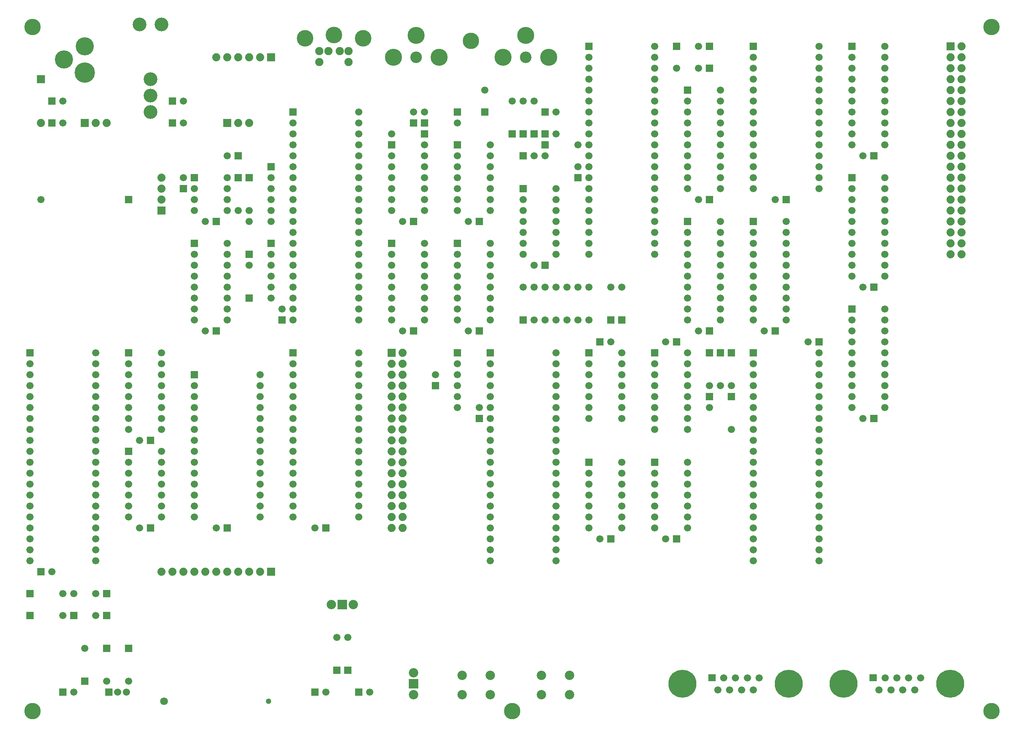
<source format=gbr>
G04 start of page 5 for group -4062 idx -4062 *
G04 Title: Ultim809, soldermask *
G04 Creator: pcb 20091103 *
G04 CreationDate: Tue Apr  5 07:19:05 2011 UTC *
G04 For: matt *
G04 Format: Gerber/RS-274X *
G04 PCB-Dimensions: 900000 650000 *
G04 PCB-Coordinate-Origin: lower left *
%MOIN*%
%FSLAX25Y25*%
%LNBACKMASK*%
%ADD11C,0.0200*%
%ADD18C,0.1500*%
%ADD36C,0.0709*%
%ADD37C,0.0512*%
%ADD40C,0.0660*%
%ADD41C,0.0740*%
%ADD42C,0.2560*%
%ADD43C,0.1060*%
%ADD44C,0.1560*%
%ADD45C,0.0750*%
%ADD46C,0.1510*%
%ADD47C,0.0860*%
%ADD48C,0.1260*%
%ADD49C,0.1660*%
%ADD50C,0.1860*%
G54D11*G36*
X726700Y353300D02*Y346700D01*
X733300D01*
Y353300D01*
X726700D01*
G37*
G54D40*X720000Y350000D03*
X730000Y310000D03*
Y320000D03*
Y330000D03*
Y340000D03*
Y270000D03*
Y280000D03*
Y290000D03*
Y300000D03*
G54D11*G36*
X776700Y283300D02*Y276700D01*
X783300D01*
Y283300D01*
X776700D01*
G37*
G54D40*X770000Y280000D03*
X760000Y300000D03*
Y290000D03*
X790000D03*
Y300000D03*
Y310000D03*
Y320000D03*
Y330000D03*
Y340000D03*
Y350000D03*
X760000D03*
Y340000D03*
Y330000D03*
Y320000D03*
Y310000D03*
X670000Y290000D03*
Y280000D03*
Y270000D03*
Y310000D03*
X630000D03*
X650000D03*
X640000D03*
X670000Y300000D03*
G54D11*G36*
X646700Y303300D02*Y296700D01*
X653300D01*
Y303300D01*
X646700D01*
G37*
G54D40*X610000Y290000D03*
Y300000D03*
Y310000D03*
Y270000D03*
X650000D03*
X610000Y280000D03*
G54D11*G36*
X666700Y343300D02*Y336700D01*
X673300D01*
Y343300D01*
X666700D01*
G37*
G54D40*X670000Y330000D03*
Y320000D03*
X610000D03*
Y330000D03*
Y340000D03*
G54D11*G36*
X626700Y343300D02*Y336700D01*
X633300D01*
Y343300D01*
X626700D01*
G37*
G36*
X636700D02*Y336700D01*
X643300D01*
Y343300D01*
X636700D01*
G37*
G36*
X646700D02*Y336700D01*
X653300D01*
Y343300D01*
X646700D01*
G37*
G54D40*X790000Y420000D03*
Y430000D03*
Y440000D03*
X760000D03*
Y430000D03*
Y420000D03*
Y410000D03*
X790000D03*
G54D11*G36*
X776700Y403300D02*Y396700D01*
X783300D01*
Y403300D01*
X776700D01*
G37*
G54D40*X770000Y400000D03*
X790000Y360000D03*
Y370000D03*
Y380000D03*
G54D11*G36*
X756700Y383300D02*Y376700D01*
X763300D01*
Y383300D01*
X756700D01*
G37*
G54D40*X760000Y370000D03*
Y360000D03*
X790000Y450000D03*
Y460000D03*
Y470000D03*
Y480000D03*
Y490000D03*
X760000D03*
Y480000D03*
G54D41*X850000D03*
G54D40*X760000Y470000D03*
G54D41*X850000D03*
G54D40*X760000Y460000D03*
G54D41*X850000D03*
G54D40*X760000Y450000D03*
G54D41*X850000D03*
Y440000D03*
Y430000D03*
G54D11*G36*
X629000Y46400D02*Y39800D01*
X635600D01*
Y46400D01*
X629000D01*
G37*
G54D40*X637700Y31900D03*
G54D42*X605300Y37500D03*
G54D40*X643100Y43100D03*
X648500Y31900D03*
X653900Y43100D03*
X659300Y31900D03*
X670100D03*
X664700Y43100D03*
X675500D03*
X670000Y170000D03*
Y160000D03*
Y150000D03*
G54D42*X702500Y37500D03*
G54D11*G36*
X776200Y46400D02*Y39800D01*
X782800D01*
Y46400D01*
X776200D01*
G37*
G54D40*X790300Y43100D03*
X784900Y31900D03*
X795700D03*
X801100Y43100D03*
X811900D03*
X822700D03*
X806500Y31900D03*
X817300D03*
G54D42*X849700Y37500D03*
X752500D03*
G54D40*X670000Y210000D03*
Y200000D03*
Y190000D03*
Y180000D03*
Y240000D03*
Y230000D03*
Y220000D03*
X610000Y190000D03*
Y200000D03*
Y210000D03*
Y220000D03*
Y230000D03*
Y240000D03*
Y180000D03*
X730000Y200000D03*
Y210000D03*
Y220000D03*
Y230000D03*
Y240000D03*
Y150000D03*
Y160000D03*
Y170000D03*
Y180000D03*
Y190000D03*
X670000Y260000D03*
Y250000D03*
X730000D03*
Y260000D03*
X610000Y490000D03*
X640000D03*
X670000D03*
X730000D03*
X640000Y430000D03*
Y440000D03*
Y450000D03*
Y460000D03*
G54D11*G36*
X666700Y463300D02*Y456700D01*
X673300D01*
Y463300D01*
X666700D01*
G37*
G54D40*X670000Y450000D03*
Y440000D03*
Y430000D03*
G54D11*G36*
X606700Y463300D02*Y456700D01*
X613300D01*
Y463300D01*
X606700D01*
G37*
G54D40*X610000Y450000D03*
Y440000D03*
Y430000D03*
X640000Y370000D03*
Y380000D03*
Y390000D03*
Y400000D03*
Y410000D03*
Y420000D03*
X610000Y380000D03*
Y370000D03*
Y420000D03*
Y410000D03*
Y400000D03*
Y390000D03*
X700000Y370000D03*
Y380000D03*
Y390000D03*
Y400000D03*
Y410000D03*
Y420000D03*
X670000Y380000D03*
Y370000D03*
Y420000D03*
Y410000D03*
Y400000D03*
Y390000D03*
X700000Y430000D03*
Y440000D03*
Y450000D03*
Y460000D03*
G54D11*G36*
X421700Y563300D02*Y556700D01*
X428300D01*
Y563300D01*
X421700D01*
G37*
G54D43*X462500Y610000D03*
G54D44*X441600D03*
X483400D03*
G54D40*X470000Y570000D03*
X460000D03*
X425000Y580000D03*
X450000Y570000D03*
G54D44*X462500Y630000D03*
G54D11*G36*
X456700Y543300D02*Y536700D01*
X463300D01*
Y543300D01*
X456700D01*
G37*
G36*
Y523300D02*Y516700D01*
X463300D01*
Y523300D01*
X456700D01*
G37*
G54D40*X490000Y540000D03*
X430000Y520000D03*
Y530000D03*
G54D11*G36*
X446700Y543300D02*Y536700D01*
X453300D01*
Y543300D01*
X446700D01*
G37*
G36*
X476700D02*Y536700D01*
X483300D01*
Y543300D01*
X476700D01*
G37*
G36*
X466700D02*Y536700D01*
X473300D01*
Y543300D01*
X466700D01*
G37*
G36*
X476700Y533300D02*Y526700D01*
X483300D01*
Y533300D01*
X476700D01*
G37*
G54D40*X470000Y520000D03*
X480000D03*
G54D11*G36*
X356700Y363300D02*Y356700D01*
X363300D01*
Y363300D01*
X356700D01*
G37*
G54D40*X350000Y360000D03*
X340000Y370000D03*
X370000D03*
X310000D03*
Y380000D03*
Y390000D03*
Y400000D03*
Y410000D03*
Y420000D03*
X340000Y470000D03*
G54D11*G36*
X336700Y443300D02*Y436700D01*
X343300D01*
Y443300D01*
X336700D01*
G37*
G54D40*X340000Y430000D03*
X310000Y450000D03*
Y460000D03*
Y470000D03*
Y430000D03*
Y440000D03*
X370000Y380000D03*
Y390000D03*
Y400000D03*
X340000Y390000D03*
Y380000D03*
Y410000D03*
Y400000D03*
X370000Y470000D03*
X340000Y420000D03*
X370000Y410000D03*
Y420000D03*
Y430000D03*
Y440000D03*
G54D11*G36*
X356700Y463300D02*Y456700D01*
X363300D01*
Y463300D01*
X356700D01*
G37*
G54D40*X370000Y510000D03*
Y520000D03*
Y530000D03*
G54D11*G36*
X366700Y553300D02*Y546700D01*
X373300D01*
Y553300D01*
X366700D01*
G37*
G36*
Y543300D02*Y536700D01*
X373300D01*
Y543300D01*
X366700D01*
G37*
G54D40*X370000Y560000D03*
Y480000D03*
Y490000D03*
Y500000D03*
G54D11*G36*
X356700Y553300D02*Y546700D01*
X363300D01*
Y553300D01*
X356700D01*
G37*
G54D40*X360000Y560000D03*
X400000Y500000D03*
Y490000D03*
Y480000D03*
Y470000D03*
G54D11*G36*
X396700Y533300D02*Y526700D01*
X403300D01*
Y533300D01*
X396700D01*
G37*
G54D40*X400000Y550000D03*
Y520000D03*
Y510000D03*
G54D11*G36*
X396700Y563300D02*Y556700D01*
X403300D01*
Y563300D01*
X396700D01*
G37*
G54D44*X362500Y630000D03*
G54D43*Y610000D03*
G54D44*X341600D03*
X383400D03*
G54D45*X282382Y615472D03*
X292618D03*
X300886D03*
G54D46*X314075Y627283D03*
G54D45*X300886Y605630D03*
G54D40*X350000Y460000D03*
G54D11*G36*
X336700Y533300D02*Y526700D01*
X343300D01*
Y533300D01*
X336700D01*
G37*
G54D40*X340000Y520000D03*
Y510000D03*
X310000Y520000D03*
Y530000D03*
Y540000D03*
Y550000D03*
Y560000D03*
Y510000D03*
X340000Y540000D03*
Y500000D03*
Y490000D03*
Y480000D03*
X310000D03*
Y490000D03*
Y500000D03*
X410000Y360000D03*
X400000Y370000D03*
X430000D03*
G54D11*G36*
X476700Y423300D02*Y416700D01*
X483300D01*
Y423300D01*
X476700D01*
G37*
G54D40*X470000Y420000D03*
X500000Y400000D03*
X490000D03*
X480000D03*
X470000D03*
X460000D03*
X480000Y370000D03*
X490000D03*
X500000D03*
G54D11*G36*
X456700Y373300D02*Y366700D01*
X463300D01*
Y373300D01*
X456700D01*
G37*
G54D40*X470000Y370000D03*
X430000Y380000D03*
Y390000D03*
Y400000D03*
Y410000D03*
Y420000D03*
X400000D03*
Y410000D03*
Y400000D03*
Y390000D03*
Y380000D03*
G54D11*G36*
X416700Y463300D02*Y456700D01*
X423300D01*
Y463300D01*
X416700D01*
G37*
G54D40*X410000Y460000D03*
X430000Y470000D03*
Y480000D03*
Y490000D03*
Y500000D03*
Y510000D03*
X460000Y440000D03*
Y430000D03*
X490000D03*
Y440000D03*
X430000Y430000D03*
Y440000D03*
X490000Y450000D03*
Y460000D03*
Y470000D03*
Y480000D03*
Y490000D03*
G54D11*G36*
X456700Y493300D02*Y486700D01*
X463300D01*
Y493300D01*
X456700D01*
G37*
G54D40*X460000Y480000D03*
Y470000D03*
Y460000D03*
Y450000D03*
G54D11*G36*
X396700Y443300D02*Y436700D01*
X403300D01*
Y443300D01*
X396700D01*
G37*
G54D40*X400000Y430000D03*
X760000Y580000D03*
Y570000D03*
Y560000D03*
Y550000D03*
Y540000D03*
Y530000D03*
G54D11*G36*
X756700Y623300D02*Y616700D01*
X763300D01*
Y623300D01*
X756700D01*
G37*
G54D40*X760000Y610000D03*
Y600000D03*
Y590000D03*
G54D11*G36*
X756700Y503300D02*Y496700D01*
X763300D01*
Y503300D01*
X756700D01*
G37*
G54D40*X670000Y570000D03*
Y560000D03*
Y550000D03*
G54D11*G36*
X666700Y623300D02*Y616700D01*
X673300D01*
Y623300D01*
X666700D01*
G37*
G54D40*X670000Y610000D03*
Y600000D03*
Y590000D03*
Y580000D03*
X730000Y550000D03*
Y560000D03*
Y570000D03*
Y500000D03*
Y510000D03*
Y520000D03*
Y530000D03*
Y540000D03*
X670000D03*
Y530000D03*
Y520000D03*
Y510000D03*
Y500000D03*
X730000Y580000D03*
Y590000D03*
Y600000D03*
Y610000D03*
Y620000D03*
G54D11*G36*
X776700Y523300D02*Y516700D01*
X783300D01*
Y523300D01*
X776700D01*
G37*
G54D40*X770000Y520000D03*
X790000Y530000D03*
Y540000D03*
Y550000D03*
Y560000D03*
Y570000D03*
Y500000D03*
G54D11*G36*
X516700Y623300D02*Y616700D01*
X523300D01*
Y623300D01*
X516700D01*
G37*
G54D40*X520000Y610000D03*
Y600000D03*
Y590000D03*
Y580000D03*
Y570000D03*
G54D11*G36*
X476700Y563300D02*Y556700D01*
X483300D01*
Y563300D01*
X476700D01*
G37*
G54D40*X490000Y560000D03*
G54D11*G36*
X506700Y503300D02*Y496700D01*
X513300D01*
Y503300D01*
X506700D01*
G37*
G54D40*X510000Y510000D03*
Y530000D03*
X520000Y540000D03*
Y530000D03*
Y520000D03*
Y510000D03*
Y500000D03*
Y560000D03*
Y550000D03*
X580000D03*
Y560000D03*
Y570000D03*
Y580000D03*
Y590000D03*
Y500000D03*
Y510000D03*
Y520000D03*
Y530000D03*
Y540000D03*
G54D11*G36*
X626700Y603300D02*Y596700D01*
X633300D01*
Y603300D01*
X626700D01*
G37*
G54D40*X620000Y600000D03*
X600000D03*
G54D11*G36*
X626700Y623300D02*Y616700D01*
X633300D01*
Y623300D01*
X626700D01*
G37*
G54D40*X620000Y620000D03*
G54D11*G36*
X596700Y623300D02*Y616700D01*
X603300D01*
Y623300D01*
X596700D01*
G37*
G54D40*X580000Y600000D03*
Y610000D03*
Y620000D03*
X640000Y530000D03*
Y540000D03*
Y550000D03*
Y560000D03*
Y570000D03*
Y580000D03*
X610000Y540000D03*
Y530000D03*
G54D11*G36*
X606700Y583300D02*Y576700D01*
X613300D01*
Y583300D01*
X606700D01*
G37*
G54D40*X610000Y570000D03*
Y560000D03*
Y550000D03*
Y520000D03*
Y510000D03*
Y500000D03*
X640000D03*
Y510000D03*
Y520000D03*
X540000Y400000D03*
X550000D03*
X510000Y370000D03*
X520000D03*
Y400000D03*
X510000D03*
G54D11*G36*
X536700Y373300D02*Y366700D01*
X543300D01*
Y373300D01*
X536700D01*
G37*
G36*
X546700D02*Y366700D01*
X553300D01*
Y373300D01*
X546700D01*
G37*
G36*
X626700Y483300D02*Y476700D01*
X633300D01*
Y483300D01*
X626700D01*
G37*
G54D40*X620000Y480000D03*
X520000Y440000D03*
Y430000D03*
Y490000D03*
Y480000D03*
Y470000D03*
Y460000D03*
Y450000D03*
X580000Y480000D03*
Y490000D03*
Y430000D03*
Y440000D03*
Y450000D03*
Y460000D03*
Y470000D03*
G54D11*G36*
X686700Y363300D02*Y356700D01*
X693300D01*
Y363300D01*
X686700D01*
G37*
G54D40*X680000Y360000D03*
G54D11*G36*
X696700Y483300D02*Y476700D01*
X703300D01*
Y483300D01*
X696700D01*
G37*
G54D40*X690000Y480000D03*
X790000Y580000D03*
Y590000D03*
Y600000D03*
Y610000D03*
Y620000D03*
G54D41*X860000Y480000D03*
Y470000D03*
Y460000D03*
Y450000D03*
Y440000D03*
Y430000D03*
Y600000D03*
Y590000D03*
X850000Y600000D03*
Y590000D03*
G54D11*G36*
X846300Y623700D02*Y616300D01*
X853700D01*
Y623700D01*
X846300D01*
G37*
G54D41*X860000Y620000D03*
X850000Y610000D03*
X860000D03*
X850000Y560000D03*
Y550000D03*
Y540000D03*
Y530000D03*
Y520000D03*
X860000Y560000D03*
Y550000D03*
Y540000D03*
Y530000D03*
Y520000D03*
X850000Y580000D03*
X860000D03*
X850000Y570000D03*
X860000D03*
X850000Y510000D03*
X860000D03*
X850000Y500000D03*
X860000D03*
X850000Y490000D03*
X860000D03*
G54D11*G36*
X626700Y303300D02*Y296700D01*
X633300D01*
Y303300D01*
X626700D01*
G37*
G54D40*X630000Y290000D03*
X580000Y310000D03*
Y300000D03*
Y290000D03*
Y280000D03*
Y270000D03*
Y330000D03*
Y320000D03*
G54D11*G36*
X596700Y353300D02*Y346700D01*
X603300D01*
Y353300D01*
X596700D01*
G37*
G54D40*X590000Y350000D03*
X620000Y360000D03*
X550000Y340000D03*
G54D11*G36*
X576700Y343300D02*Y336700D01*
X583300D01*
Y343300D01*
X576700D01*
G37*
G36*
X526700Y353300D02*Y346700D01*
X533300D01*
Y353300D01*
X526700D01*
G37*
G54D40*X540000Y350000D03*
X520000Y320000D03*
Y310000D03*
Y300000D03*
Y290000D03*
Y280000D03*
G54D11*G36*
X516700Y343300D02*Y336700D01*
X523300D01*
Y343300D01*
X516700D01*
G37*
G54D40*X520000Y330000D03*
X550000Y280000D03*
Y290000D03*
Y300000D03*
Y310000D03*
Y320000D03*
Y330000D03*
G54D11*G36*
X416700Y363300D02*Y356700D01*
X423300D01*
Y363300D01*
X416700D01*
G37*
G36*
X626700D02*Y356700D01*
X633300D01*
Y363300D01*
X626700D01*
G37*
G54D40*X550000Y220000D03*
Y230000D03*
Y240000D03*
G54D11*G36*
X516700Y243300D02*Y236700D01*
X523300D01*
Y243300D01*
X516700D01*
G37*
G54D40*X520000Y230000D03*
Y220000D03*
X580000Y230000D03*
Y220000D03*
G54D11*G36*
X576700Y243300D02*Y236700D01*
X583300D01*
Y243300D01*
X576700D01*
G37*
G36*
X596700Y173300D02*Y166700D01*
X603300D01*
Y173300D01*
X596700D01*
G37*
G54D40*X590000Y170000D03*
X580000Y210000D03*
Y200000D03*
Y190000D03*
Y180000D03*
G54D11*G36*
X536700Y173300D02*Y166700D01*
X543300D01*
Y173300D01*
X536700D01*
G37*
G54D40*X530000Y170000D03*
X550000Y180000D03*
Y190000D03*
Y200000D03*
Y210000D03*
X520000D03*
Y200000D03*
Y190000D03*
Y180000D03*
X310000Y240000D03*
Y250000D03*
Y260000D03*
Y190000D03*
Y200000D03*
Y210000D03*
Y220000D03*
Y230000D03*
G54D11*G36*
X286700Y53300D02*Y46700D01*
X293300D01*
Y53300D01*
X286700D01*
G37*
G54D40*X290000Y80000D03*
G54D11*G36*
X296700Y53300D02*Y46700D01*
X303300D01*
Y53300D01*
X296700D01*
G37*
G54D40*X300000Y80000D03*
X280000Y30000D03*
G54D11*G36*
X306700Y33300D02*Y26700D01*
X313300D01*
Y33300D01*
X306700D01*
G37*
G54D40*X320000Y30000D03*
G54D11*G36*
X355700Y41800D02*Y33200D01*
X364300D01*
Y41800D01*
X355700D01*
G37*
G54D47*X360000Y47500D03*
G54D11*G36*
X290700Y114300D02*Y105700D01*
X299300D01*
Y114300D01*
X290700D01*
G37*
G54D47*X305000Y110000D03*
X285000D03*
G54D11*G36*
X416700Y283300D02*Y276700D01*
X423300D01*
Y283300D01*
X416700D01*
G37*
G54D40*X420000Y290000D03*
G54D47*X404409Y45217D03*
X430000D03*
G54D11*G36*
X426700Y343300D02*Y336700D01*
X433300D01*
Y343300D01*
X426700D01*
G37*
G54D40*X430000Y330000D03*
Y320000D03*
Y310000D03*
Y300000D03*
Y290000D03*
Y280000D03*
Y250000D03*
Y240000D03*
Y230000D03*
Y220000D03*
Y210000D03*
Y200000D03*
Y190000D03*
Y180000D03*
Y170000D03*
Y160000D03*
Y150000D03*
X490000Y200000D03*
Y210000D03*
Y220000D03*
Y150000D03*
G54D47*X502500Y27500D03*
X476909D03*
Y45217D03*
X502500D03*
G54D40*X490000Y160000D03*
Y170000D03*
Y180000D03*
Y190000D03*
X430000Y270000D03*
Y260000D03*
X490000Y320000D03*
Y330000D03*
Y340000D03*
Y270000D03*
Y280000D03*
Y290000D03*
Y300000D03*
Y310000D03*
Y230000D03*
Y240000D03*
Y250000D03*
Y260000D03*
X310000Y310000D03*
Y320000D03*
Y330000D03*
Y340000D03*
Y270000D03*
Y280000D03*
Y290000D03*
Y300000D03*
G54D11*G36*
X336300Y343700D02*Y336300D01*
X343700D01*
Y343700D01*
X336300D01*
G37*
G54D41*X340000Y330000D03*
Y320000D03*
X350000Y340000D03*
Y330000D03*
Y320000D03*
Y310000D03*
Y300000D03*
Y290000D03*
X340000Y310000D03*
Y300000D03*
Y290000D03*
Y280000D03*
X350000D03*
X340000Y270000D03*
Y260000D03*
Y250000D03*
X350000Y270000D03*
Y260000D03*
Y250000D03*
Y240000D03*
Y230000D03*
Y220000D03*
X340000Y240000D03*
Y230000D03*
Y220000D03*
Y210000D03*
X350000D03*
Y200000D03*
Y190000D03*
Y180000D03*
X340000Y200000D03*
Y190000D03*
Y180000D03*
G54D40*X70000Y320000D03*
Y330000D03*
Y340000D03*
G54D11*G36*
X6700Y343300D02*Y336700D01*
X13300D01*
Y343300D01*
X6700D01*
G37*
G54D40*X10000Y330000D03*
Y320000D03*
Y310000D03*
X70000D03*
X130000Y300000D03*
Y310000D03*
Y320000D03*
Y330000D03*
Y340000D03*
G54D11*G36*
X96700Y343300D02*Y336700D01*
X103300D01*
Y343300D01*
X96700D01*
G37*
G54D40*X100000Y330000D03*
Y320000D03*
Y310000D03*
Y300000D03*
G54D11*G36*
X116700Y263300D02*Y256700D01*
X123300D01*
Y263300D01*
X116700D01*
G37*
G54D40*X110000Y260000D03*
X130000Y280000D03*
Y290000D03*
X100000D03*
Y280000D03*
Y270000D03*
X130000D03*
X70000Y260000D03*
Y270000D03*
Y280000D03*
Y290000D03*
Y300000D03*
X10000D03*
Y290000D03*
Y280000D03*
Y270000D03*
Y260000D03*
G54D11*G36*
X16700Y143300D02*Y136700D01*
X23300D01*
Y143300D01*
X16700D01*
G37*
G54D40*X30000Y140000D03*
G54D11*G36*
X46700Y103300D02*Y96700D01*
X53300D01*
Y103300D01*
X46700D01*
G37*
G54D40*X50000Y120000D03*
G54D11*G36*
X76700Y103300D02*Y96700D01*
X83300D01*
Y103300D01*
X76700D01*
G37*
G54D40*X70000Y100000D03*
G54D11*G36*
X76700Y123300D02*Y116700D01*
X83300D01*
Y123300D01*
X76700D01*
G37*
G54D40*X70000Y120000D03*
G54D11*G36*
X6700Y103300D02*Y96700D01*
X13300D01*
Y103300D01*
X6700D01*
G37*
G54D40*X40000Y100000D03*
Y120000D03*
G54D11*G36*
X6700Y123300D02*Y116700D01*
X13300D01*
Y123300D01*
X6700D01*
G37*
G54D36*X132363Y21653D03*
G54D37*X227637D03*
G54D40*X60000Y70000D03*
G54D11*G36*
X76700Y73300D02*Y66700D01*
X83300D01*
Y73300D01*
X76700D01*
G37*
G36*
X56700Y43300D02*Y36700D01*
X63300D01*
Y43300D01*
X56700D01*
G37*
G54D40*X80000Y40000D03*
G54D11*G36*
X36700Y33300D02*Y26700D01*
X43300D01*
Y33300D01*
X36700D01*
G37*
G54D40*X50000Y30000D03*
G54D11*G36*
X78700Y33300D02*Y26700D01*
X85300D01*
Y33300D01*
X78700D01*
G37*
G54D40*X90000Y30000D03*
X98000D03*
G54D11*G36*
X96700Y73300D02*Y66700D01*
X103300D01*
Y73300D01*
X96700D01*
G37*
G54D40*X100000Y40000D03*
G54D41*X180000Y140000D03*
X170000D03*
X160000D03*
X150000D03*
X140000D03*
X130000D03*
G54D11*G36*
X226300Y143700D02*Y136300D01*
X233700D01*
Y143700D01*
X226300D01*
G37*
G54D41*X220000Y140000D03*
X210000D03*
X200000D03*
X190000D03*
G54D40*X220000Y260000D03*
Y270000D03*
Y280000D03*
Y290000D03*
X250000Y280000D03*
Y270000D03*
Y260000D03*
Y290000D03*
X160000Y270000D03*
Y260000D03*
G54D11*G36*
X156700Y323300D02*Y316700D01*
X163300D01*
Y323300D01*
X156700D01*
G37*
G54D40*X160000Y310000D03*
Y300000D03*
Y290000D03*
Y280000D03*
X220000Y300000D03*
Y310000D03*
Y320000D03*
X250000D03*
Y310000D03*
Y300000D03*
X10000Y200000D03*
Y190000D03*
Y180000D03*
Y170000D03*
Y160000D03*
Y150000D03*
Y250000D03*
Y240000D03*
Y230000D03*
Y220000D03*
Y210000D03*
X70000Y150000D03*
Y160000D03*
Y170000D03*
Y180000D03*
X100000Y240000D03*
Y230000D03*
Y220000D03*
Y210000D03*
Y200000D03*
Y190000D03*
G54D11*G36*
X96700Y253300D02*Y246700D01*
X103300D01*
Y253300D01*
X96700D01*
G37*
G54D40*X70000Y220000D03*
Y230000D03*
Y240000D03*
Y250000D03*
Y190000D03*
Y200000D03*
Y210000D03*
G54D11*G36*
X186700Y183300D02*Y176700D01*
X193300D01*
Y183300D01*
X186700D01*
G37*
G54D40*X180000Y180000D03*
X130000Y190000D03*
X160000D03*
G54D11*G36*
X116700Y183300D02*Y176700D01*
X123300D01*
Y183300D01*
X116700D01*
G37*
G54D40*X110000Y180000D03*
X130000Y200000D03*
X160000D03*
X130000Y210000D03*
X160000D03*
X130000Y220000D03*
X160000D03*
X130000Y230000D03*
X160000D03*
X130000Y240000D03*
Y250000D03*
X160000D03*
Y240000D03*
X220000Y230000D03*
Y240000D03*
Y250000D03*
Y190000D03*
Y200000D03*
Y210000D03*
Y220000D03*
X250000D03*
Y210000D03*
Y200000D03*
Y190000D03*
G54D11*G36*
X246700Y343300D02*Y336700D01*
X253300D01*
Y343300D01*
X246700D01*
G37*
G54D40*X250000Y330000D03*
Y250000D03*
Y240000D03*
Y230000D03*
G54D11*G36*
X96700Y483300D02*Y476700D01*
X103300D01*
Y483300D01*
X96700D01*
G37*
G54D40*X20000Y480000D03*
G54D11*G36*
X226300Y613700D02*Y606300D01*
X233700D01*
Y613700D01*
X226300D01*
G37*
G54D41*X220000Y610000D03*
G54D45*X274114Y615472D03*
Y605630D03*
G54D46*X260925Y627283D03*
X287500Y630433D03*
G54D11*G36*
X136700Y553300D02*Y546700D01*
X143300D01*
Y553300D01*
X136700D01*
G37*
G54D40*X150000Y550000D03*
G54D48*X120000Y590000D03*
Y575000D03*
Y560000D03*
X130000Y640000D03*
X110000D03*
G54D49*X41000Y608000D03*
X60000Y620000D03*
G54D50*Y596000D03*
G54D11*G36*
X26700Y553300D02*Y546700D01*
X33300D01*
Y553300D01*
X26700D01*
G37*
G54D40*X40000Y550000D03*
G54D11*G36*
X26700Y573300D02*Y566700D01*
X33300D01*
Y573300D01*
X26700D01*
G37*
G54D40*X40000Y570000D03*
G54D11*G36*
X186300Y553700D02*Y546300D01*
X193700D01*
Y553700D01*
X186300D01*
G37*
G54D41*X200000Y550000D03*
X210000D03*
G54D11*G36*
X56300Y553700D02*Y546300D01*
X63700D01*
Y553700D01*
X56300D01*
G37*
G54D41*X70000Y550000D03*
X80000D03*
G54D11*G36*
X136700Y573300D02*Y566700D01*
X143300D01*
Y573300D01*
X136700D01*
G37*
G54D40*X150000Y570000D03*
G54D41*X210000Y610000D03*
X200000D03*
X190000D03*
X180000D03*
G54D11*G36*
X16300Y593700D02*Y586300D01*
X23700D01*
Y593700D01*
X16300D01*
G37*
G54D41*X20000Y550000D03*
G54D40*X230000Y480000D03*
X190000D03*
Y490000D03*
Y500000D03*
G54D11*G36*
X156700Y503300D02*Y496700D01*
X163300D01*
Y503300D01*
X156700D01*
G37*
G54D41*X130000Y500000D03*
G54D40*X160000Y490000D03*
G54D41*X130000D03*
G54D40*X160000Y480000D03*
G54D11*G36*
X126300Y473700D02*Y466300D01*
X133700D01*
Y473700D01*
X126300D01*
G37*
G54D41*X130000Y480000D03*
G54D11*G36*
X196700Y503300D02*Y496700D01*
X203300D01*
Y503300D01*
X196700D01*
G37*
G54D40*X200000Y470000D03*
G54D11*G36*
X206700Y503300D02*Y496700D01*
X213300D01*
Y503300D01*
X206700D01*
G37*
G54D40*X210000Y470000D03*
G54D11*G36*
X146700Y493300D02*Y486700D01*
X153300D01*
Y493300D01*
X146700D01*
G37*
G54D40*X150000Y500000D03*
G54D11*G36*
X196700Y523300D02*Y516700D01*
X203300D01*
Y523300D01*
X196700D01*
G37*
G36*
X176700Y463300D02*Y456700D01*
X183300D01*
Y463300D01*
X176700D01*
G37*
G54D40*X190000Y520000D03*
Y470000D03*
X170000Y460000D03*
X210000D03*
X160000Y470000D03*
G54D11*G36*
X246700Y563300D02*Y556700D01*
X253300D01*
Y563300D01*
X246700D01*
G37*
G54D40*X250000Y550000D03*
Y540000D03*
Y530000D03*
Y520000D03*
G54D11*G36*
X226700Y513300D02*Y506700D01*
X233300D01*
Y513300D01*
X226700D01*
G37*
G54D40*X230000Y500000D03*
Y490000D03*
X250000Y480000D03*
Y470000D03*
Y460000D03*
Y510000D03*
Y500000D03*
Y490000D03*
G54D11*G36*
X206700Y393300D02*Y386700D01*
X213300D01*
Y393300D01*
X206700D01*
G37*
G54D40*X210000Y420000D03*
G54D11*G36*
X206700Y433300D02*Y426700D01*
X213300D01*
Y433300D01*
X206700D01*
G37*
G36*
X236700Y373300D02*Y366700D01*
X243300D01*
Y373300D01*
X236700D01*
G37*
G54D40*X240000Y380000D03*
X230000Y470000D03*
Y460000D03*
G54D11*G36*
X226700Y443300D02*Y436700D01*
X233300D01*
Y443300D01*
X226700D01*
G37*
G54D40*X230000Y430000D03*
Y420000D03*
Y410000D03*
Y400000D03*
Y390000D03*
X250000Y400000D03*
Y390000D03*
Y380000D03*
Y370000D03*
Y450000D03*
Y440000D03*
Y430000D03*
Y420000D03*
Y410000D03*
G54D11*G36*
X176700Y363300D02*Y356700D01*
X183300D01*
Y363300D01*
X176700D01*
G37*
G54D40*X170000Y360000D03*
X160000Y390000D03*
Y380000D03*
Y370000D03*
G54D11*G36*
X156700Y443300D02*Y436700D01*
X163300D01*
Y443300D01*
X156700D01*
G37*
G54D40*X160000Y430000D03*
Y420000D03*
Y410000D03*
Y400000D03*
X190000Y420000D03*
Y430000D03*
Y440000D03*
Y370000D03*
Y380000D03*
Y390000D03*
Y400000D03*
Y410000D03*
G54D47*X360000Y27500D03*
X430000D03*
X404409D03*
G54D40*X270000Y180000D03*
G54D11*G36*
X266700Y33300D02*Y26700D01*
X273300D01*
Y33300D01*
X266700D01*
G37*
G36*
X276700Y183300D02*Y176700D01*
X283300D01*
Y183300D01*
X276700D01*
G37*
G36*
X376700Y313300D02*Y306700D01*
X383300D01*
Y313300D01*
X376700D01*
G37*
G54D40*X380000Y320000D03*
G54D11*G36*
X396700Y343300D02*Y336700D01*
X403300D01*
Y343300D01*
X396700D01*
G37*
G54D40*X400000Y330000D03*
Y320000D03*
Y310000D03*
Y300000D03*
Y290000D03*
G54D18*X12500Y637500D03*
X412500Y625000D03*
X887500Y12500D03*
Y637500D03*
X12500Y12500D03*
X450000D03*
M02*

</source>
